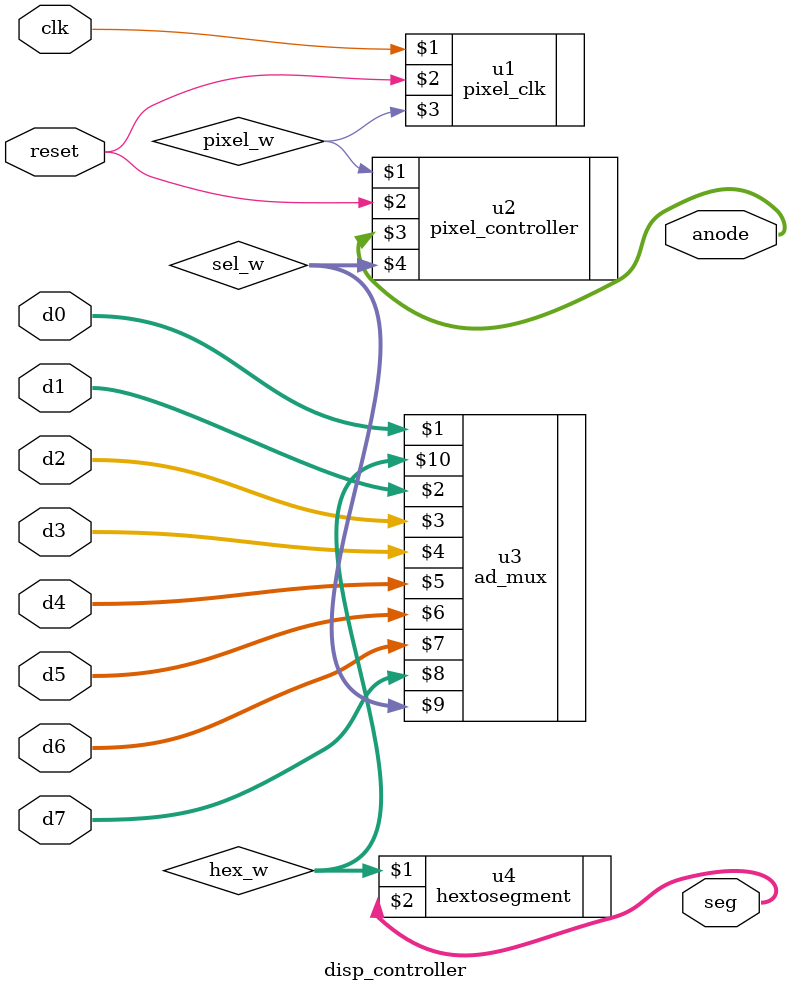
<source format=v>
`timescale 1ns / 1ps
module disp_controller(clk, reset, d0, d1, d2, d3, d4, d5, d6, d7, anode, seg);
	input        clk, reset;
	input  [3:0] d0, d1, d2, d3, d4, d5, d6, d7;
	
	output [7:0] anode;
	output [6:0] seg;


	wire  	  pixel_w;
	wire [2:0] sel_w;
	wire [3:0] hex_w;
   
   //Slows down the clock
   //pixel_clk(clk_in, reset, tick);
	pixel_clk 				u1 ( clk, reset, pixel_w );
     
   //Selects the anode and the data to be displayed on it
	pixel_controller		u2 ( pixel_w, reset, anode, sel_w );
	
   //Selects what to display on any anode
	ad_mux					u3 ( d0, d1, d2, d3, d4, d5, d6, d7, sel_w, hex_w );
	
   //Decodes hex to the anodes
	hextosegment			u4 ( hex_w, seg );

endmodule

</source>
